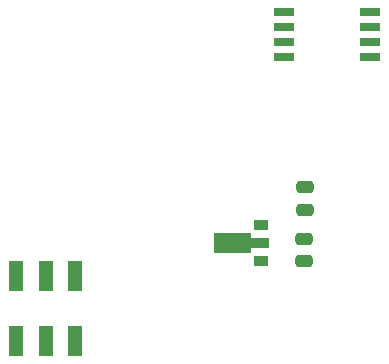
<source format=gbp>
%TF.GenerationSoftware,KiCad,Pcbnew,(6.0.4-0)*%
%TF.CreationDate,2022-05-11T16:52:41-04:00*%
%TF.ProjectId,BaseBadge,42617365-4261-4646-9765-2e6b69636164,v02*%
%TF.SameCoordinates,Original*%
%TF.FileFunction,Paste,Bot*%
%TF.FilePolarity,Positive*%
%FSLAX46Y46*%
G04 Gerber Fmt 4.6, Leading zero omitted, Abs format (unit mm)*
G04 Created by KiCad (PCBNEW (6.0.4-0)) date 2022-05-11 16:52:41*
%MOMM*%
%LPD*%
G01*
G04 APERTURE LIST*
G04 Aperture macros list*
%AMRoundRect*
0 Rectangle with rounded corners*
0 $1 Rounding radius*
0 $2 $3 $4 $5 $6 $7 $8 $9 X,Y pos of 4 corners*
0 Add a 4 corners polygon primitive as box body*
4,1,4,$2,$3,$4,$5,$6,$7,$8,$9,$2,$3,0*
0 Add four circle primitives for the rounded corners*
1,1,$1+$1,$2,$3*
1,1,$1+$1,$4,$5*
1,1,$1+$1,$6,$7*
1,1,$1+$1,$8,$9*
0 Add four rect primitives between the rounded corners*
20,1,$1+$1,$2,$3,$4,$5,0*
20,1,$1+$1,$4,$5,$6,$7,0*
20,1,$1+$1,$6,$7,$8,$9,0*
20,1,$1+$1,$8,$9,$2,$3,0*%
%AMFreePoly0*
4,1,9,3.862500,-0.866500,0.737500,-0.866500,0.737500,-0.450000,-0.737500,-0.450000,-0.737500,0.450000,0.737500,0.450000,0.737500,0.866500,3.862500,0.866500,3.862500,-0.866500,3.862500,-0.866500,$1*%
G04 Aperture macros list end*
%ADD10R,1.200000X2.500000*%
%ADD11RoundRect,0.250000X0.475000X-0.250000X0.475000X0.250000X-0.475000X0.250000X-0.475000X-0.250000X0*%
%ADD12R,1.700000X0.650000*%
%ADD13RoundRect,0.250000X-0.475000X0.250000X-0.475000X-0.250000X0.475000X-0.250000X0.475000X0.250000X0*%
%ADD14R,1.300000X0.900000*%
%ADD15FreePoly0,180.000000*%
G04 APERTURE END LIST*
D10*
%TO.C,SW1*%
X85470520Y-124963928D03*
X85470520Y-119463928D03*
X87970520Y-124963928D03*
X87970520Y-119463928D03*
X90470520Y-119463928D03*
X90470520Y-124963928D03*
%TD*%
D11*
%TO.C,C1*%
X109929044Y-113895605D03*
X109929044Y-111995605D03*
%TD*%
D12*
%TO.C,U1*%
X115410000Y-97155000D03*
X115410000Y-98425000D03*
X115410000Y-99695000D03*
X115410000Y-100965000D03*
X108110000Y-100965000D03*
X108110000Y-99695000D03*
X108110000Y-98425000D03*
X108110000Y-97155000D03*
%TD*%
D13*
%TO.C,C2*%
X109850261Y-116343743D03*
X109850261Y-118243743D03*
%TD*%
D14*
%TO.C,VR1*%
X106212521Y-115204189D03*
D15*
X106125021Y-116704189D03*
D14*
X106212521Y-118204189D03*
%TD*%
M02*

</source>
